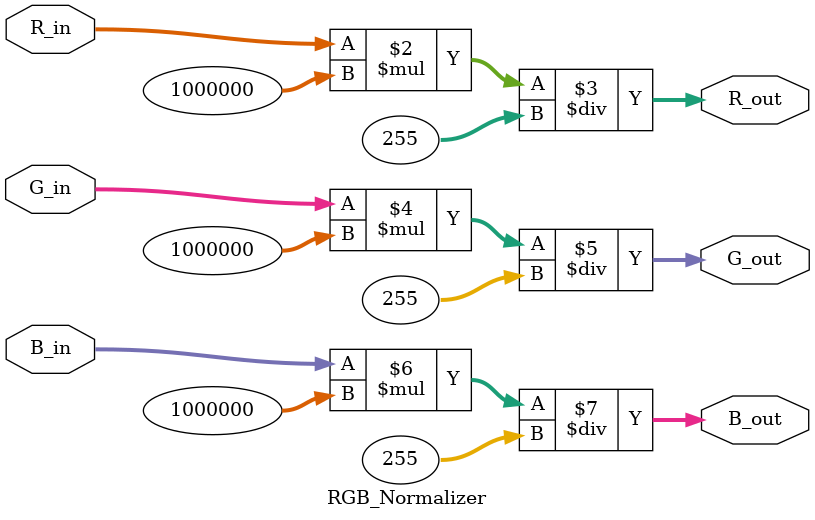
<source format=sv>
module RGB_To_XYZ (

input int  R_in,
input int  G_in,
input int  B_in,
output int  X,
output int  Y,
output int  Z


);

always_comb
	begin
	
		//	convert RGB into XYZ (black and white) using a linear tranformation
		X <= (R_in) * 41/100 + (G_in) * 36/100  + (B_in) * 18/100;
		Y <= (R_in) * 21/100 + (G_in) * 71/100  + (B_in) * 72/1000;
		Z <= (R_in) * 19/1000 + (G_in) * 12/100 + (B_in) * 95/100;
		
	end

endmodule 

module RGB_Normalizer (

input logic [7:0] R_in,
input logic [7:0] G_in,
input logic [7:0] B_in,
output int R_out,
output int G_out,
output int B_out

);

always_comb
	begin
	
		R_out <= (R_in * 1000000) / 255;
		G_out <= (G_in * 1000000) / 255;
		B_out <= (B_in * 1000000) / 255;
	
	end

endmodule 
</source>
